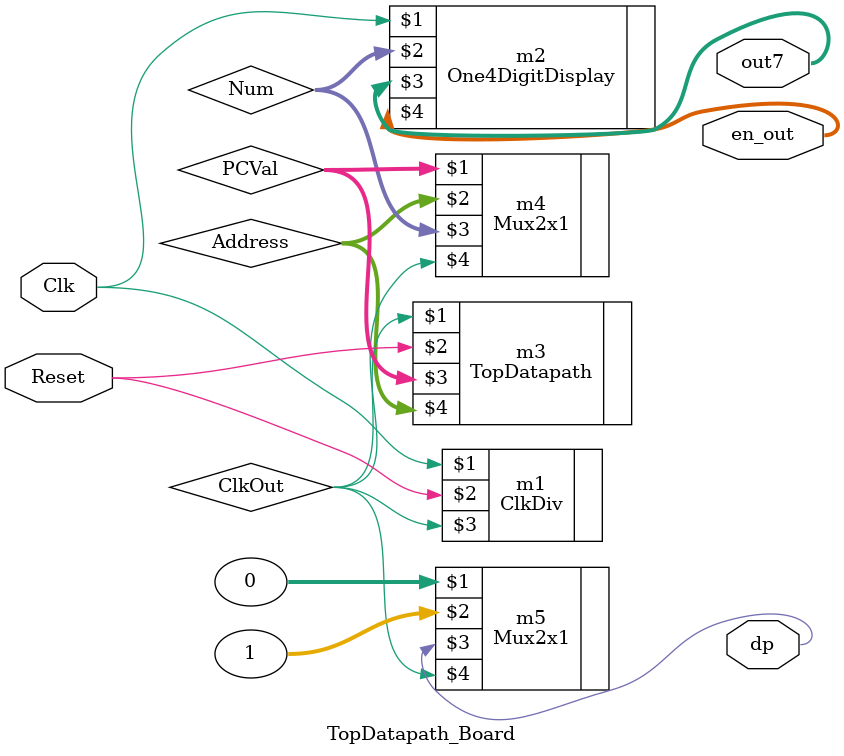
<source format=v>
`timescale 1ns / 1ps


module TopDatapath_Board(Clk, Reset, out7, en_out, dp);

input Clk, Reset;
wire [15:0] Address, PCVal, Num;

output [6:0] out7; //seg a, b, ... g
output [3:0] en_out;
output wire dp;

wire ClkOut;

ClkDiv m1(Clk, Reset, ClkOut);

Mux2x1 m4(PCVal, Address, Num, ClkOut);

Mux2x1 m5(0, 1, dp, ClkOut);

One4DigitDisplay m2(Clk, Num, out7, en_out);

TopDatapath m3(ClkOut, Reset, PCVal, Address);

endmodule
</source>
